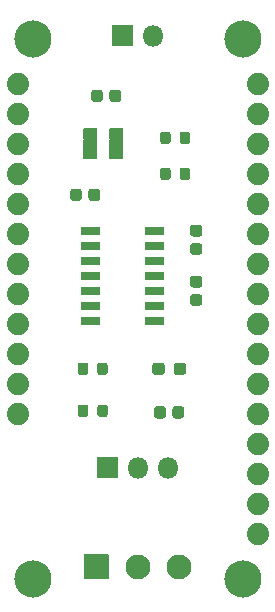
<source format=gbr>
G04 #@! TF.GenerationSoftware,KiCad,Pcbnew,5.1.7-a382d34a8~87~ubuntu18.04.1*
G04 #@! TF.CreationDate,2020-12-12T16:07:48-08:00*
G04 #@! TF.ProjectId,potentiostat_featherwing,706f7465-6e74-4696-9f73-7461745f6665,rev?*
G04 #@! TF.SameCoordinates,Original*
G04 #@! TF.FileFunction,Soldermask,Top*
G04 #@! TF.FilePolarity,Negative*
%FSLAX46Y46*%
G04 Gerber Fmt 4.6, Leading zero omitted, Abs format (unit mm)*
G04 Created by KiCad (PCBNEW 5.1.7-a382d34a8~87~ubuntu18.04.1) date 2020-12-12 16:07:48*
%MOMM*%
%LPD*%
G01*
G04 APERTURE LIST*
%ADD10C,1.880000*%
%ADD11C,3.150000*%
%ADD12C,2.102000*%
%ADD13O,1.802000X1.802000*%
%ADD14C,0.100000*%
G04 APERTURE END LIST*
D10*
X60960000Y-31750000D03*
X60960000Y-34290000D03*
X60960000Y-36830000D03*
X60960000Y-39370000D03*
X60960000Y-41910000D03*
X60960000Y-44450000D03*
X60960000Y-46990000D03*
X60960000Y-49530000D03*
X60960000Y-52070000D03*
X60960000Y-54610000D03*
X60960000Y-57150000D03*
X60960000Y-59690000D03*
X60960000Y-62230000D03*
X60960000Y-64770000D03*
X60960000Y-67310000D03*
X60960000Y-69850000D03*
X40640000Y-59690000D03*
X40640000Y-57150000D03*
X40640000Y-54610000D03*
X40640000Y-52070000D03*
X40640000Y-49530000D03*
X40640000Y-46990000D03*
X40640000Y-44450000D03*
X40640000Y-41910000D03*
X40640000Y-39370000D03*
X40640000Y-36830000D03*
X40640000Y-34290000D03*
X40640000Y-31750000D03*
D11*
X41910000Y-73660000D03*
X59690000Y-73660000D03*
X59690000Y-27940000D03*
X41910000Y-27940000D03*
D12*
X50800000Y-72644000D03*
G36*
G01*
X46248880Y-73644000D02*
X46248880Y-71644000D01*
G75*
G02*
X46299880Y-71593000I51000J0D01*
G01*
X48299880Y-71593000D01*
G75*
G02*
X48350880Y-71644000I0J-51000D01*
G01*
X48350880Y-73644000D01*
G75*
G02*
X48299880Y-73695000I-51000J0D01*
G01*
X46299880Y-73695000D01*
G75*
G02*
X46248880Y-73644000I0J51000D01*
G01*
G37*
X54300120Y-72644000D03*
G36*
G01*
X49110000Y-65163000D02*
X47410000Y-65163000D01*
G75*
G02*
X47359000Y-65112000I0J51000D01*
G01*
X47359000Y-63412000D01*
G75*
G02*
X47410000Y-63361000I51000J0D01*
G01*
X49110000Y-63361000D01*
G75*
G02*
X49161000Y-63412000I0J-51000D01*
G01*
X49161000Y-65112000D01*
G75*
G02*
X49110000Y-65163000I-51000J0D01*
G01*
G37*
D13*
X50800000Y-64262000D03*
X53340000Y-64262000D03*
G36*
G01*
X50380000Y-28587000D02*
X48680000Y-28587000D01*
G75*
G02*
X48629000Y-28536000I0J51000D01*
G01*
X48629000Y-26836000D01*
G75*
G02*
X48680000Y-26785000I51000J0D01*
G01*
X50380000Y-26785000D01*
G75*
G02*
X50431000Y-26836000I0J-51000D01*
G01*
X50431000Y-28536000D01*
G75*
G02*
X50380000Y-28587000I-51000J0D01*
G01*
G37*
X52070000Y-27686000D03*
G36*
G01*
X47631000Y-51516000D02*
X47631000Y-52116000D01*
G75*
G02*
X47580000Y-52167000I-51000J0D01*
G01*
X46080000Y-52167000D01*
G75*
G02*
X46029000Y-52116000I0J51000D01*
G01*
X46029000Y-51516000D01*
G75*
G02*
X46080000Y-51465000I51000J0D01*
G01*
X47580000Y-51465000D01*
G75*
G02*
X47631000Y-51516000I0J-51000D01*
G01*
G37*
G36*
G01*
X47631000Y-50246000D02*
X47631000Y-50846000D01*
G75*
G02*
X47580000Y-50897000I-51000J0D01*
G01*
X46080000Y-50897000D01*
G75*
G02*
X46029000Y-50846000I0J51000D01*
G01*
X46029000Y-50246000D01*
G75*
G02*
X46080000Y-50195000I51000J0D01*
G01*
X47580000Y-50195000D01*
G75*
G02*
X47631000Y-50246000I0J-51000D01*
G01*
G37*
G36*
G01*
X47631000Y-48976000D02*
X47631000Y-49576000D01*
G75*
G02*
X47580000Y-49627000I-51000J0D01*
G01*
X46080000Y-49627000D01*
G75*
G02*
X46029000Y-49576000I0J51000D01*
G01*
X46029000Y-48976000D01*
G75*
G02*
X46080000Y-48925000I51000J0D01*
G01*
X47580000Y-48925000D01*
G75*
G02*
X47631000Y-48976000I0J-51000D01*
G01*
G37*
G36*
G01*
X47631000Y-47706000D02*
X47631000Y-48306000D01*
G75*
G02*
X47580000Y-48357000I-51000J0D01*
G01*
X46080000Y-48357000D01*
G75*
G02*
X46029000Y-48306000I0J51000D01*
G01*
X46029000Y-47706000D01*
G75*
G02*
X46080000Y-47655000I51000J0D01*
G01*
X47580000Y-47655000D01*
G75*
G02*
X47631000Y-47706000I0J-51000D01*
G01*
G37*
G36*
G01*
X47631000Y-46436000D02*
X47631000Y-47036000D01*
G75*
G02*
X47580000Y-47087000I-51000J0D01*
G01*
X46080000Y-47087000D01*
G75*
G02*
X46029000Y-47036000I0J51000D01*
G01*
X46029000Y-46436000D01*
G75*
G02*
X46080000Y-46385000I51000J0D01*
G01*
X47580000Y-46385000D01*
G75*
G02*
X47631000Y-46436000I0J-51000D01*
G01*
G37*
G36*
G01*
X47631000Y-45166000D02*
X47631000Y-45766000D01*
G75*
G02*
X47580000Y-45817000I-51000J0D01*
G01*
X46080000Y-45817000D01*
G75*
G02*
X46029000Y-45766000I0J51000D01*
G01*
X46029000Y-45166000D01*
G75*
G02*
X46080000Y-45115000I51000J0D01*
G01*
X47580000Y-45115000D01*
G75*
G02*
X47631000Y-45166000I0J-51000D01*
G01*
G37*
G36*
G01*
X47631000Y-43896000D02*
X47631000Y-44496000D01*
G75*
G02*
X47580000Y-44547000I-51000J0D01*
G01*
X46080000Y-44547000D01*
G75*
G02*
X46029000Y-44496000I0J51000D01*
G01*
X46029000Y-43896000D01*
G75*
G02*
X46080000Y-43845000I51000J0D01*
G01*
X47580000Y-43845000D01*
G75*
G02*
X47631000Y-43896000I0J-51000D01*
G01*
G37*
G36*
G01*
X53031000Y-43896000D02*
X53031000Y-44496000D01*
G75*
G02*
X52980000Y-44547000I-51000J0D01*
G01*
X51480000Y-44547000D01*
G75*
G02*
X51429000Y-44496000I0J51000D01*
G01*
X51429000Y-43896000D01*
G75*
G02*
X51480000Y-43845000I51000J0D01*
G01*
X52980000Y-43845000D01*
G75*
G02*
X53031000Y-43896000I0J-51000D01*
G01*
G37*
G36*
G01*
X53031000Y-45166000D02*
X53031000Y-45766000D01*
G75*
G02*
X52980000Y-45817000I-51000J0D01*
G01*
X51480000Y-45817000D01*
G75*
G02*
X51429000Y-45766000I0J51000D01*
G01*
X51429000Y-45166000D01*
G75*
G02*
X51480000Y-45115000I51000J0D01*
G01*
X52980000Y-45115000D01*
G75*
G02*
X53031000Y-45166000I0J-51000D01*
G01*
G37*
G36*
G01*
X53031000Y-46436000D02*
X53031000Y-47036000D01*
G75*
G02*
X52980000Y-47087000I-51000J0D01*
G01*
X51480000Y-47087000D01*
G75*
G02*
X51429000Y-47036000I0J51000D01*
G01*
X51429000Y-46436000D01*
G75*
G02*
X51480000Y-46385000I51000J0D01*
G01*
X52980000Y-46385000D01*
G75*
G02*
X53031000Y-46436000I0J-51000D01*
G01*
G37*
G36*
G01*
X53031000Y-47706000D02*
X53031000Y-48306000D01*
G75*
G02*
X52980000Y-48357000I-51000J0D01*
G01*
X51480000Y-48357000D01*
G75*
G02*
X51429000Y-48306000I0J51000D01*
G01*
X51429000Y-47706000D01*
G75*
G02*
X51480000Y-47655000I51000J0D01*
G01*
X52980000Y-47655000D01*
G75*
G02*
X53031000Y-47706000I0J-51000D01*
G01*
G37*
G36*
G01*
X53031000Y-48976000D02*
X53031000Y-49576000D01*
G75*
G02*
X52980000Y-49627000I-51000J0D01*
G01*
X51480000Y-49627000D01*
G75*
G02*
X51429000Y-49576000I0J51000D01*
G01*
X51429000Y-48976000D01*
G75*
G02*
X51480000Y-48925000I51000J0D01*
G01*
X52980000Y-48925000D01*
G75*
G02*
X53031000Y-48976000I0J-51000D01*
G01*
G37*
G36*
G01*
X53031000Y-50246000D02*
X53031000Y-50846000D01*
G75*
G02*
X52980000Y-50897000I-51000J0D01*
G01*
X51480000Y-50897000D01*
G75*
G02*
X51429000Y-50846000I0J51000D01*
G01*
X51429000Y-50246000D01*
G75*
G02*
X51480000Y-50195000I51000J0D01*
G01*
X52980000Y-50195000D01*
G75*
G02*
X53031000Y-50246000I0J-51000D01*
G01*
G37*
G36*
G01*
X53031000Y-51516000D02*
X53031000Y-52116000D01*
G75*
G02*
X52980000Y-52167000I-51000J0D01*
G01*
X51480000Y-52167000D01*
G75*
G02*
X51429000Y-52116000I0J51000D01*
G01*
X51429000Y-51516000D01*
G75*
G02*
X51480000Y-51465000I51000J0D01*
G01*
X52980000Y-51465000D01*
G75*
G02*
X53031000Y-51516000I0J-51000D01*
G01*
G37*
G36*
G01*
X55477500Y-48000000D02*
X56028500Y-48000000D01*
G75*
G02*
X56279000Y-48250500I0J-250500D01*
G01*
X56279000Y-48751500D01*
G75*
G02*
X56028500Y-49002000I-250500J0D01*
G01*
X55477500Y-49002000D01*
G75*
G02*
X55227000Y-48751500I0J250500D01*
G01*
X55227000Y-48250500D01*
G75*
G02*
X55477500Y-48000000I250500J0D01*
G01*
G37*
G36*
G01*
X55477500Y-49550000D02*
X56028500Y-49550000D01*
G75*
G02*
X56279000Y-49800500I0J-250500D01*
G01*
X56279000Y-50301500D01*
G75*
G02*
X56028500Y-50552000I-250500J0D01*
G01*
X55477500Y-50552000D01*
G75*
G02*
X55227000Y-50301500I0J250500D01*
G01*
X55227000Y-49800500D01*
G75*
G02*
X55477500Y-49550000I250500J0D01*
G01*
G37*
G36*
G01*
X56028500Y-44684000D02*
X55477500Y-44684000D01*
G75*
G02*
X55227000Y-44433500I0J250500D01*
G01*
X55227000Y-43932500D01*
G75*
G02*
X55477500Y-43682000I250500J0D01*
G01*
X56028500Y-43682000D01*
G75*
G02*
X56279000Y-43932500I0J-250500D01*
G01*
X56279000Y-44433500D01*
G75*
G02*
X56028500Y-44684000I-250500J0D01*
G01*
G37*
G36*
G01*
X56028500Y-46234000D02*
X55477500Y-46234000D01*
G75*
G02*
X55227000Y-45983500I0J250500D01*
G01*
X55227000Y-45482500D01*
G75*
G02*
X55477500Y-45232000I250500J0D01*
G01*
X56028500Y-45232000D01*
G75*
G02*
X56279000Y-45482500I0J-250500D01*
G01*
X56279000Y-45983500D01*
G75*
G02*
X56028500Y-46234000I-250500J0D01*
G01*
G37*
G36*
G01*
X53193000Y-59287500D02*
X53193000Y-59838500D01*
G75*
G02*
X52942500Y-60089000I-250500J0D01*
G01*
X52441500Y-60089000D01*
G75*
G02*
X52191000Y-59838500I0J250500D01*
G01*
X52191000Y-59287500D01*
G75*
G02*
X52441500Y-59037000I250500J0D01*
G01*
X52942500Y-59037000D01*
G75*
G02*
X53193000Y-59287500I0J-250500D01*
G01*
G37*
G36*
G01*
X54743000Y-59287500D02*
X54743000Y-59838500D01*
G75*
G02*
X54492500Y-60089000I-250500J0D01*
G01*
X53991500Y-60089000D01*
G75*
G02*
X53741000Y-59838500I0J250500D01*
G01*
X53741000Y-59287500D01*
G75*
G02*
X53991500Y-59037000I250500J0D01*
G01*
X54492500Y-59037000D01*
G75*
G02*
X54743000Y-59287500I0J-250500D01*
G01*
G37*
G36*
G01*
X49409000Y-32490500D02*
X49409000Y-33041500D01*
G75*
G02*
X49158500Y-33292000I-250500J0D01*
G01*
X48657500Y-33292000D01*
G75*
G02*
X48407000Y-33041500I0J250500D01*
G01*
X48407000Y-32490500D01*
G75*
G02*
X48657500Y-32240000I250500J0D01*
G01*
X49158500Y-32240000D01*
G75*
G02*
X49409000Y-32490500I0J-250500D01*
G01*
G37*
G36*
G01*
X47859000Y-32490500D02*
X47859000Y-33041500D01*
G75*
G02*
X47608500Y-33292000I-250500J0D01*
G01*
X47107500Y-33292000D01*
G75*
G02*
X46857000Y-33041500I0J250500D01*
G01*
X46857000Y-32490500D01*
G75*
G02*
X47107500Y-32240000I250500J0D01*
G01*
X47608500Y-32240000D01*
G75*
G02*
X47859000Y-32490500I0J-250500D01*
G01*
G37*
G36*
G01*
X47631000Y-40872500D02*
X47631000Y-41423500D01*
G75*
G02*
X47380500Y-41674000I-250500J0D01*
G01*
X46879500Y-41674000D01*
G75*
G02*
X46629000Y-41423500I0J250500D01*
G01*
X46629000Y-40872500D01*
G75*
G02*
X46879500Y-40622000I250500J0D01*
G01*
X47380500Y-40622000D01*
G75*
G02*
X47631000Y-40872500I0J-250500D01*
G01*
G37*
G36*
G01*
X46081000Y-40872500D02*
X46081000Y-41423500D01*
G75*
G02*
X45830500Y-41674000I-250500J0D01*
G01*
X45329500Y-41674000D01*
G75*
G02*
X45079000Y-41423500I0J250500D01*
G01*
X45079000Y-40872500D01*
G75*
G02*
X45329500Y-40622000I250500J0D01*
G01*
X45830500Y-40622000D01*
G75*
G02*
X46081000Y-40872500I0J-250500D01*
G01*
G37*
G36*
G01*
X45714000Y-56180500D02*
X45714000Y-55579500D01*
G75*
G02*
X45939500Y-55354000I225500J0D01*
G01*
X46390500Y-55354000D01*
G75*
G02*
X46616000Y-55579500I0J-225500D01*
G01*
X46616000Y-56180500D01*
G75*
G02*
X46390500Y-56406000I-225500J0D01*
G01*
X45939500Y-56406000D01*
G75*
G02*
X45714000Y-56180500I0J225500D01*
G01*
G37*
G36*
G01*
X47364000Y-56180500D02*
X47364000Y-55579500D01*
G75*
G02*
X47589500Y-55354000I225500J0D01*
G01*
X48040500Y-55354000D01*
G75*
G02*
X48266000Y-55579500I0J-225500D01*
G01*
X48266000Y-56180500D01*
G75*
G02*
X48040500Y-56406000I-225500J0D01*
G01*
X47589500Y-56406000D01*
G75*
G02*
X47364000Y-56180500I0J225500D01*
G01*
G37*
G36*
G01*
X46630000Y-59135500D02*
X46630000Y-59736500D01*
G75*
G02*
X46404500Y-59962000I-225500J0D01*
G01*
X45953500Y-59962000D01*
G75*
G02*
X45728000Y-59736500I0J225500D01*
G01*
X45728000Y-59135500D01*
G75*
G02*
X45953500Y-58910000I225500J0D01*
G01*
X46404500Y-58910000D01*
G75*
G02*
X46630000Y-59135500I0J-225500D01*
G01*
G37*
G36*
G01*
X48280000Y-59135500D02*
X48280000Y-59736500D01*
G75*
G02*
X48054500Y-59962000I-225500J0D01*
G01*
X47603500Y-59962000D01*
G75*
G02*
X47378000Y-59736500I0J225500D01*
G01*
X47378000Y-59135500D01*
G75*
G02*
X47603500Y-58910000I225500J0D01*
G01*
X48054500Y-58910000D01*
G75*
G02*
X48280000Y-59135500I0J-225500D01*
G01*
G37*
G36*
G01*
X54918000Y-55617000D02*
X54918000Y-56143000D01*
G75*
G02*
X54655000Y-56406000I-263000J0D01*
G01*
X54104000Y-56406000D01*
G75*
G02*
X53841000Y-56143000I0J263000D01*
G01*
X53841000Y-55617000D01*
G75*
G02*
X54104000Y-55354000I263000J0D01*
G01*
X54655000Y-55354000D01*
G75*
G02*
X54918000Y-55617000I0J-263000D01*
G01*
G37*
G36*
G01*
X53093000Y-55617000D02*
X53093000Y-56143000D01*
G75*
G02*
X52830000Y-56406000I-263000J0D01*
G01*
X52279000Y-56406000D01*
G75*
G02*
X52016000Y-56143000I0J263000D01*
G01*
X52016000Y-55617000D01*
G75*
G02*
X52279000Y-55354000I263000J0D01*
G01*
X52830000Y-55354000D01*
G75*
G02*
X53093000Y-55617000I0J-263000D01*
G01*
G37*
G36*
G01*
X54349000Y-36622500D02*
X54349000Y-36021500D01*
G75*
G02*
X54574500Y-35796000I225500J0D01*
G01*
X55025500Y-35796000D01*
G75*
G02*
X55251000Y-36021500I0J-225500D01*
G01*
X55251000Y-36622500D01*
G75*
G02*
X55025500Y-36848000I-225500J0D01*
G01*
X54574500Y-36848000D01*
G75*
G02*
X54349000Y-36622500I0J225500D01*
G01*
G37*
G36*
G01*
X52699000Y-36622500D02*
X52699000Y-36021500D01*
G75*
G02*
X52924500Y-35796000I225500J0D01*
G01*
X53375500Y-35796000D01*
G75*
G02*
X53601000Y-36021500I0J-225500D01*
G01*
X53601000Y-36622500D01*
G75*
G02*
X53375500Y-36848000I-225500J0D01*
G01*
X52924500Y-36848000D01*
G75*
G02*
X52699000Y-36622500I0J225500D01*
G01*
G37*
G36*
G01*
X52699000Y-39670500D02*
X52699000Y-39069500D01*
G75*
G02*
X52924500Y-38844000I225500J0D01*
G01*
X53375500Y-38844000D01*
G75*
G02*
X53601000Y-39069500I0J-225500D01*
G01*
X53601000Y-39670500D01*
G75*
G02*
X53375500Y-39896000I-225500J0D01*
G01*
X52924500Y-39896000D01*
G75*
G02*
X52699000Y-39670500I0J225500D01*
G01*
G37*
G36*
G01*
X54349000Y-39670500D02*
X54349000Y-39069500D01*
G75*
G02*
X54574500Y-38844000I225500J0D01*
G01*
X55025500Y-38844000D01*
G75*
G02*
X55251000Y-39069500I0J-225500D01*
G01*
X55251000Y-39670500D01*
G75*
G02*
X55025500Y-39896000I-225500J0D01*
G01*
X54574500Y-39896000D01*
G75*
G02*
X54349000Y-39670500I0J225500D01*
G01*
G37*
G36*
G01*
X46198000Y-36205001D02*
X46198000Y-35554999D01*
G75*
G02*
X46248999Y-35504000I50999J0D01*
G01*
X47309001Y-35504000D01*
G75*
G02*
X47360000Y-35554999I0J-50999D01*
G01*
X47360000Y-36205001D01*
G75*
G02*
X47309001Y-36256000I-50999J0D01*
G01*
X46248999Y-36256000D01*
G75*
G02*
X46198000Y-36205001I0J50999D01*
G01*
G37*
G36*
G01*
X46198000Y-37155001D02*
X46198000Y-36504999D01*
G75*
G02*
X46248999Y-36454000I50999J0D01*
G01*
X47309001Y-36454000D01*
G75*
G02*
X47360000Y-36504999I0J-50999D01*
G01*
X47360000Y-37155001D01*
G75*
G02*
X47309001Y-37206000I-50999J0D01*
G01*
X46248999Y-37206000D01*
G75*
G02*
X46198000Y-37155001I0J50999D01*
G01*
G37*
G36*
G01*
X46198000Y-38105001D02*
X46198000Y-37454999D01*
G75*
G02*
X46248999Y-37404000I50999J0D01*
G01*
X47309001Y-37404000D01*
G75*
G02*
X47360000Y-37454999I0J-50999D01*
G01*
X47360000Y-38105001D01*
G75*
G02*
X47309001Y-38156000I-50999J0D01*
G01*
X46248999Y-38156000D01*
G75*
G02*
X46198000Y-38105001I0J50999D01*
G01*
G37*
G36*
G01*
X48398000Y-38105001D02*
X48398000Y-37454999D01*
G75*
G02*
X48448999Y-37404000I50999J0D01*
G01*
X49509001Y-37404000D01*
G75*
G02*
X49560000Y-37454999I0J-50999D01*
G01*
X49560000Y-38105001D01*
G75*
G02*
X49509001Y-38156000I-50999J0D01*
G01*
X48448999Y-38156000D01*
G75*
G02*
X48398000Y-38105001I0J50999D01*
G01*
G37*
G36*
G01*
X48398000Y-36205001D02*
X48398000Y-35554999D01*
G75*
G02*
X48448999Y-35504000I50999J0D01*
G01*
X49509001Y-35504000D01*
G75*
G02*
X49560000Y-35554999I0J-50999D01*
G01*
X49560000Y-36205001D01*
G75*
G02*
X49509001Y-36256000I-50999J0D01*
G01*
X48448999Y-36256000D01*
G75*
G02*
X48398000Y-36205001I0J50999D01*
G01*
G37*
G36*
G01*
X48398000Y-37155001D02*
X48398000Y-36504999D01*
G75*
G02*
X48448999Y-36454000I50999J0D01*
G01*
X49509001Y-36454000D01*
G75*
G02*
X49560000Y-36504999I0J-50999D01*
G01*
X49560000Y-37155001D01*
G75*
G02*
X49509001Y-37206000I-50999J0D01*
G01*
X48448999Y-37206000D01*
G75*
G02*
X48398000Y-37155001I0J50999D01*
G01*
G37*
D14*
G36*
X47361732Y-37205000D02*
G01*
X47362000Y-37206000D01*
X47362000Y-37404000D01*
X47361000Y-37405732D01*
X47360000Y-37406000D01*
X46198000Y-37406000D01*
X46196268Y-37405000D01*
X46196000Y-37404000D01*
X46196000Y-37206000D01*
X46197000Y-37204268D01*
X46198000Y-37204000D01*
X47360000Y-37204000D01*
X47361732Y-37205000D01*
G37*
G36*
X49561732Y-37205000D02*
G01*
X49562000Y-37206000D01*
X49562000Y-37404000D01*
X49561000Y-37405732D01*
X49560000Y-37406000D01*
X48398000Y-37406000D01*
X48396268Y-37405000D01*
X48396000Y-37404000D01*
X48396000Y-37206000D01*
X48397000Y-37204268D01*
X48398000Y-37204000D01*
X49560000Y-37204000D01*
X49561732Y-37205000D01*
G37*
G36*
X47361732Y-36255000D02*
G01*
X47362000Y-36256000D01*
X47362000Y-36454000D01*
X47361000Y-36455732D01*
X47360000Y-36456000D01*
X46198000Y-36456000D01*
X46196268Y-36455000D01*
X46196000Y-36454000D01*
X46196000Y-36256000D01*
X46197000Y-36254268D01*
X46198000Y-36254000D01*
X47360000Y-36254000D01*
X47361732Y-36255000D01*
G37*
G36*
X49561732Y-36255000D02*
G01*
X49562000Y-36256000D01*
X49562000Y-36454000D01*
X49561000Y-36455732D01*
X49560000Y-36456000D01*
X48398000Y-36456000D01*
X48396268Y-36455000D01*
X48396000Y-36454000D01*
X48396000Y-36256000D01*
X48397000Y-36254268D01*
X48398000Y-36254000D01*
X49560000Y-36254000D01*
X49561732Y-36255000D01*
G37*
M02*

</source>
